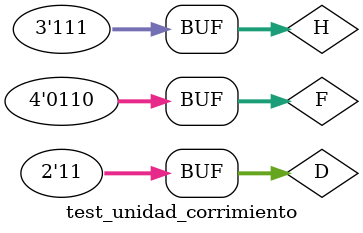
<source format=sv>
module test_unidad_corrimiento();

parameter N=4;

logic [N-1:0] F, S; //input
logic [2:0] H; //sel operacion
logic [(N-1)/2:0]D; //cantidad de desplasamientos por ves 

unidad_corrimiento test(F,H,D, S); //respeta el orden del modulo creado

initial begin //ejecuta linea a linea
//transferencia
F=4'b1100;
H=3'b000;
D=2'b01;
#50;

//todo cero
H=3'b011;
#50;

//shl
H=3'b001;
D=2'b01;
#50;
D=2'b10;
#50;
D=2'b11;
#50;

//shr
H=3'b010;
D=2'b01;
#50;
D=2'b10;
#50;
D=2'b11;
#50;

//rol
H=3'b100;
D=2'b01;
#50;
D=2'b10;
#50;
D=2'b11;
#50;

//ror
H=3'b101;
D=2'b01;
#50;
D=2'b10;
#50;
D=2'b11;
#50;

//asl
H=3'b110;
D=2'b01;
#50;
D=2'b10;
#50;
D=2'b11;
#50;

//asr
H=3'b111;
D=2'b01;
#50;
D=2'b10;
#50;
D=2'b11;
#50;


F=4'b0110;//otro F

//asl
H=3'b110;
D=2'b01;
#50;
D=2'b10;
#50;
D=2'b11;
#50;

//asr
H=3'b111;
D=2'b01;
#50;
D=2'b10;
#50;
D=2'b11;
#50;

end
endmodule
</source>
